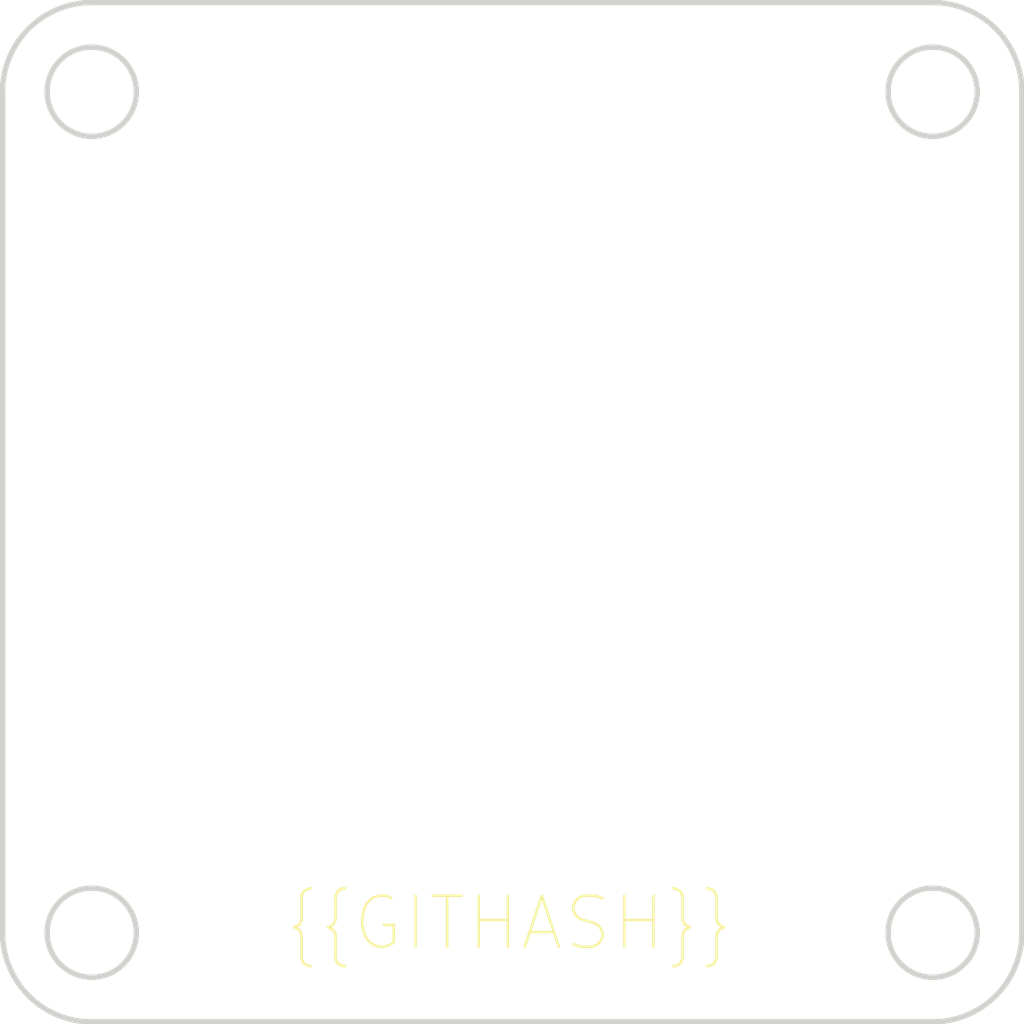
<source format=kicad_pcb>
(kicad_pcb (version 20221018) (generator pcbnew)

  (general
    (thickness 1.6)
  )

  (paper "A4")
  (layers
    (0 "F.Cu" signal)
    (31 "B.Cu" signal)
    (32 "B.Adhes" user "B.Adhesive")
    (33 "F.Adhes" user "F.Adhesive")
    (34 "B.Paste" user)
    (35 "F.Paste" user)
    (36 "B.SilkS" user "B.Silkscreen")
    (37 "F.SilkS" user "F.Silkscreen")
    (38 "B.Mask" user)
    (39 "F.Mask" user)
    (40 "Dwgs.User" user "User.Drawings")
    (41 "Cmts.User" user "User.Comments")
    (42 "Eco1.User" user "User.Eco1")
    (43 "Eco2.User" user "User.Eco2")
    (44 "Edge.Cuts" user)
    (45 "Margin" user)
    (46 "B.CrtYd" user "B.Courtyard")
    (47 "F.CrtYd" user "F.Courtyard")
    (48 "B.Fab" user)
    (49 "F.Fab" user)
    (50 "User.1" user)
    (51 "User.2" user)
    (52 "User.3" user)
    (53 "User.4" user)
    (54 "User.5" user)
    (55 "User.6" user)
    (56 "User.7" user)
    (57 "User.8" user)
    (58 "User.9" user)
  )

  (setup
    (stackup
      (layer "F.SilkS" (type "Top Silk Screen"))
      (layer "F.Paste" (type "Top Solder Paste"))
      (layer "F.Mask" (type "Top Solder Mask") (thickness 0.01))
      (layer "F.Cu" (type "copper") (thickness 0.035))
      (layer "dielectric 1" (type "core") (thickness 1.51) (material "FR4") (epsilon_r 4.5) (loss_tangent 0.02))
      (layer "B.Cu" (type "copper") (thickness 0.035))
      (layer "B.Mask" (type "Bottom Solder Mask") (thickness 0.01))
      (layer "B.Paste" (type "Bottom Solder Paste"))
      (layer "B.SilkS" (type "Bottom Silk Screen"))
      (copper_finish "None")
      (dielectric_constraints no)
    )
    (pad_to_mask_clearance 0)
    (pcbplotparams
      (layerselection 0x00010fc_ffffffff)
      (plot_on_all_layers_selection 0x0000000_00000000)
      (disableapertmacros false)
      (usegerberextensions false)
      (usegerberattributes true)
      (usegerberadvancedattributes true)
      (creategerberjobfile true)
      (dashed_line_dash_ratio 12.000000)
      (dashed_line_gap_ratio 3.000000)
      (svgprecision 4)
      (plotframeref false)
      (viasonmask false)
      (mode 1)
      (useauxorigin false)
      (hpglpennumber 1)
      (hpglpenspeed 20)
      (hpglpendiameter 15.000000)
      (dxfpolygonmode true)
      (dxfimperialunits true)
      (dxfusepcbnewfont true)
      (psnegative false)
      (psa4output false)
      (plotreference true)
      (plotvalue true)
      (plotinvisibletext false)
      (sketchpadsonfab false)
      (subtractmaskfromsilk false)
      (outputformat 1)
      (mirror false)
      (drillshape 1)
      (scaleselection 1)
      (outputdirectory "")
    )
  )

  (net 0 "")

  (gr_line (start 123.2 113.4) (end 123.2 80.4)
    (stroke (width 0.2) (type solid)) (layer "Edge.Cuts") (tstamp 00e9e413-fe55-4320-b973-81fdf0b4cc24))
  (gr_arc (start 123.2 80.4) (mid 124.225126 77.925126) (end 126.7 76.9)
    (stroke (width 0.2) (type solid)) (layer "Edge.Cuts") (tstamp 0fc59361-2a09-4339-8464-495b51280d7e))
  (gr_circle (center 159.7 80.4) (end 161.45 80.4)
    (stroke (width 0.2) (type solid)) (fill none) (layer "Edge.Cuts") (tstamp 12fa702a-45c0-4228-8798-0b1dff755467))
  (gr_arc (start 159.7 76.9) (mid 162.174874 77.925126) (end 163.2 80.4)
    (stroke (width 0.2) (type solid)) (layer "Edge.Cuts") (tstamp 1492c265-9600-4fac-807f-5aa558c04698))
  (gr_line (start 163.2 113.4) (end 163.2 80.4)
    (stroke (width 0.2) (type solid)) (layer "Edge.Cuts") (tstamp 198da371-5ea4-4cce-89c6-a85e4e6fd5a2))
  (gr_arc (start 163.2 113.4) (mid 162.174874 115.874874) (end 159.7 116.9)
    (stroke (width 0.2) (type solid)) (layer "Edge.Cuts") (tstamp 20f5aec2-f82f-440a-88e0-7c770baed97c))
  (gr_line (start 159.7 116.9) (end 126.7 116.9)
    (stroke (width 0.2) (type solid)) (layer "Edge.Cuts") (tstamp 23a80093-b831-494f-9bba-68421986c52c))
  (gr_arc (start 159.7 76.9) (mid 162.174874 77.925126) (end 163.2 80.4)
    (stroke (width 0.2) (type solid)) (layer "Edge.Cuts") (tstamp 26636bbf-1c2a-4df7-88c1-c20fa037cc7a))
  (gr_arc (start 159.7 76.9) (mid 162.174874 77.925126) (end 163.2 80.4)
    (stroke (width 0.2) (type solid)) (layer "Edge.Cuts") (tstamp 2b89afd7-dd24-41f4-85c0-9b0b291f5c57))
  (gr_circle (center 126.7 113.4) (end 128.45 113.4)
    (stroke (width 0.2) (type solid)) (fill none) (layer "Edge.Cuts") (tstamp 2fc81b31-9add-483d-8263-1bf15a86faaf))
  (gr_arc (start 163.2 113.4) (mid 162.174874 115.874874) (end 159.7 116.9)
    (stroke (width 0.2) (type solid)) (layer "Edge.Cuts") (tstamp 34b8980e-5130-409d-83b7-73880c0817a4))
  (gr_arc (start 123.2 80.4) (mid 124.225126 77.925126) (end 126.7 76.9)
    (stroke (width 0.2) (type solid)) (layer "Edge.Cuts") (tstamp 36ab1010-5541-4b38-b363-4a27707f3202))
  (gr_line (start 126.7 76.9) (end 159.7 76.9)
    (stroke (width 0.2) (type solid)) (layer "Edge.Cuts") (tstamp 3788308b-797f-4a53-8c52-00e61ef351dc))
  (gr_arc (start 126.7 116.9) (mid 124.225126 115.874874) (end 123.2 113.4)
    (stroke (width 0.2) (type solid)) (layer "Edge.Cuts") (tstamp 3a9095b0-7e4b-4c7f-aacb-bc9d3781fe0b))
  (gr_line (start 163.2 80.4) (end 163.2 113.4)
    (stroke (width 0.2) (type solid)) (layer "Edge.Cuts") (tstamp 3d3db7c2-c89f-4be3-8e91-39fe7a9cebf3))
  (gr_arc (start 163.2 113.4) (mid 162.174874 115.874874) (end 159.7 116.9)
    (stroke (width 0.2) (type solid)) (layer "Edge.Cuts") (tstamp 3fee8cd8-9e80-4a1a-bcb8-484494266562))
  (gr_circle (center 159.7 113.4) (end 161.45 113.4)
    (stroke (width 0.2) (type solid)) (fill none) (layer "Edge.Cuts") (tstamp 41a35e0c-0cd9-4884-83bf-a5f765917301))
  (gr_circle (center 126.7 80.4) (end 128.45 80.4)
    (stroke (width 0.2) (type solid)) (fill none) (layer "Edge.Cuts") (tstamp 4354ef4b-af71-4b02-9a7b-930427945da3))
  (gr_line (start 163.2 80.4) (end 163.2 113.4)
    (stroke (width 0.2) (type solid)) (layer "Edge.Cuts") (tstamp 4651f4aa-f85a-4992-9560-eff928a0e15f))
  (gr_arc (start 126.7 116.9) (mid 124.225126 115.874874) (end 123.2 113.4)
    (stroke (width 0.2) (type solid)) (layer "Edge.Cuts") (tstamp 4accd462-b544-44a7-ac19-ab4f0dd67dcb))
  (gr_circle (center 126.7 113.4) (end 128.45 113.4)
    (stroke (width 0.2) (type solid)) (fill none) (layer "Edge.Cuts") (tstamp 4c413f87-443c-40db-810d-24d0127db4d1))
  (gr_circle (center 126.7 80.4) (end 128.45 80.4)
    (stroke (width 0.2) (type solid)) (fill none) (layer "Edge.Cuts") (tstamp 55d6076c-5015-49df-810a-c55f5388576e))
  (gr_circle (center 159.7 113.4) (end 161.45 113.4)
    (stroke (width 0.2) (type solid)) (fill none) (layer "Edge.Cuts") (tstamp 65b328d4-d955-42de-9ccd-564ff2e6e4da))
  (gr_arc (start 159.7 76.9) (mid 162.174874 77.925126) (end 163.2 80.4)
    (stroke (width 0.2) (type solid)) (layer "Edge.Cuts") (tstamp 65dc38af-d159-41f4-ba48-e112a9d8b717))
  (gr_line (start 126.7 76.9) (end 159.7 76.9)
    (stroke (width 0.2) (type solid)) (layer "Edge.Cuts") (tstamp 69dabe7c-0c06-4af2-9c4e-d415cbc6d866))
  (gr_line (start 123.2 80.4) (end 123.2 113.4)
    (stroke (width 0.2) (type solid)) (layer "Edge.Cuts") (tstamp 73c11e5d-a507-4a2f-8e42-2453482f9ba0))
  (gr_circle (center 126.7 113.4) (end 128.45 113.4)
    (stroke (width 0.2) (type solid)) (fill none) (layer "Edge.Cuts") (tstamp 7609faaa-2ca7-4089-85bb-2ec6ff9f31bd))
  (gr_line (start 163.2 113.4) (end 163.2 80.4)
    (stroke (width 0.2) (type solid)) (layer "Edge.Cuts") (tstamp 7dc85215-0547-4a98-92f9-7acc82968b0d))
  (gr_circle (center 126.7 80.4) (end 128.45 80.4)
    (stroke (width 0.2) (type solid)) (fill none) (layer "Edge.Cuts") (tstamp 807b6513-e212-46b2-b774-80b1d14145d6))
  (gr_circle (center 159.7 113.4) (end 161.45 113.4)
    (stroke (width 0.2) (type solid)) (fill none) (layer "Edge.Cuts") (tstamp 8278bfc6-c86b-4bbe-bee5-200ba347b53f))
  (gr_circle (center 126.7 80.4) (end 128.45 80.4)
    (stroke (width 0.2) (type solid)) (fill none) (layer "Edge.Cuts") (tstamp 8adfd382-b7b3-40dc-abbc-698204ed259d))
  (gr_circle (center 126.7 113.4) (end 128.45 113.4)
    (stroke (width 0.2) (type solid)) (fill none) (layer "Edge.Cuts") (tstamp 8d118edb-2a69-4839-a0e0-808db2b83267))
  (gr_arc (start 126.7 116.9) (mid 124.225126 115.874874) (end 123.2 113.4)
    (stroke (width 0.2) (type solid)) (layer "Edge.Cuts") (tstamp 9668049e-ace8-48bb-aaac-8c53c3bb8f64))
  (gr_line (start 123.2 80.4) (end 123.2 113.4)
    (stroke (width 0.2) (type solid)) (layer "Edge.Cuts") (tstamp abd0a840-cb12-4cfc-a11d-66180da66a73))
  (gr_circle (center 159.7 113.4) (end 161.45 113.4)
    (stroke (width 0.2) (type solid)) (fill none) (layer "Edge.Cuts") (tstamp ad767e51-32fc-4ffe-95cc-17d42beb101f))
  (gr_arc (start 123.2 80.4) (mid 124.225126 77.925126) (end 126.7 76.9)
    (stroke (width 0.2) (type solid)) (layer "Edge.Cuts") (tstamp af147bb3-b7ba-4977-ab61-3eda152bc58e))
  (gr_arc (start 163.2 113.4) (mid 162.174874 115.874874) (end 159.7 116.9)
    (stroke (width 0.2) (type solid)) (layer "Edge.Cuts") (tstamp b39eb833-0b6b-454c-91fa-8515f3b4c5a4))
  (gr_line (start 159.7 116.9) (end 126.7 116.9)
    (stroke (width 0.2) (type solid)) (layer "Edge.Cuts") (tstamp ba81428c-9237-4b33-8a8a-b0ef2c7129aa))
  (gr_line (start 126.7 116.9) (end 159.7 116.9)
    (stroke (width 0.2) (type solid)) (layer "Edge.Cuts") (tstamp bdb82cab-935c-4872-93ce-aa33a6ca8e3e))
  (gr_line (start 126.7 116.9) (end 159.7 116.9)
    (stroke (width 0.2) (type solid)) (layer "Edge.Cuts") (tstamp c200e945-b1eb-4ba9-846c-549b5888c1c9))
  (gr_circle (center 159.7 80.4) (end 161.45 80.4)
    (stroke (width 0.2) (type solid)) (fill none) (layer "Edge.Cuts") (tstamp c85d377d-8655-43a5-93e8-60ea0121da42))
  (gr_arc (start 123.2 80.4) (mid 124.225126 77.925126) (end 126.7 76.9)
    (stroke (width 0.2) (type solid)) (layer "Edge.Cuts") (tstamp cdd996d3-1fa6-4070-aa95-b92a7005f8a0))
  (gr_circle (center 159.7 80.4) (end 161.45 80.4)
    (stroke (width 0.2) (type solid)) (fill none) (layer "Edge.Cuts") (tstamp db81513a-caef-41e6-97f5-8d6aa049d4d7))
  (gr_line (start 126.7 76.9) (end 159.7 76.9)
    (stroke (width 0.2) (type solid)) (layer "Edge.Cuts") (tstamp dbcff90b-bfca-4e87-8d37-d1133e183e20))
  (gr_line (start 123.2 113.4) (end 123.2 80.4)
    (stroke (width 0.2) (type solid)) (layer "Edge.Cuts") (tstamp e3c8b72a-7566-4951-ab61-af945b777583))
  (gr_arc (start 126.7 116.9) (mid 124.225126 115.874874) (end 123.2 113.4)
    (stroke (width 0.2) (type solid)) (layer "Edge.Cuts") (tstamp e8b9d802-86fd-4393-87e2-6b6d02952d22))
  (gr_line (start 126.7 76.9) (end 159.7 76.9)
    (stroke (width 0.2) (type solid)) (layer "Edge.Cuts") (tstamp ec90ed93-4ada-407b-9626-0f35de0bac02))
  (gr_circle (center 159.7 80.4) (end 161.45 80.4)
    (stroke (width 0.2) (type solid)) (fill none) (layer "Edge.Cuts") (tstamp eeb07992-fe8e-4cf4-bf6c-0cf18fd77681))
  (gr_text "{{GITHASH}} " (at 134.2 114.2) (layer "F.SilkS") (tstamp d894e23f-c5ed-4336-947e-ac38e533f04c)
    (effects (font (size 2 2) (thickness 0.1)) (justify left bottom))
  )

  (group "" (id 4e3ea3a3-d408-4ad8-873b-ebd87bd265e7)
    (members
      00e9e413-fe55-4320-b973-81fdf0b4cc24
      0fc59361-2a09-4339-8464-495b51280d7e
      12fa702a-45c0-4228-8798-0b1dff755467
      1492c265-9600-4fac-807f-5aa558c04698
      198da371-5ea4-4cce-89c6-a85e4e6fd5a2
      20f5aec2-f82f-440a-88e0-7c770baed97c
      23a80093-b831-494f-9bba-68421986c52c
      26636bbf-1c2a-4df7-88c1-c20fa037cc7a
      2b89afd7-dd24-41f4-85c0-9b0b291f5c57
      2fc81b31-9add-483d-8263-1bf15a86faaf
      34b8980e-5130-409d-83b7-73880c0817a4
      36ab1010-5541-4b38-b363-4a27707f3202
      3788308b-797f-4a53-8c52-00e61ef351dc
      3a9095b0-7e4b-4c7f-aacb-bc9d3781fe0b
      3d3db7c2-c89f-4be3-8e91-39fe7a9cebf3
      3fee8cd8-9e80-4a1a-bcb8-484494266562
      41a35e0c-0cd9-4884-83bf-a5f765917301
      4354ef4b-af71-4b02-9a7b-930427945da3
      4651f4aa-f85a-4992-9560-eff928a0e15f
      4accd462-b544-44a7-ac19-ab4f0dd67dcb
      4c413f87-443c-40db-810d-24d0127db4d1
      55d6076c-5015-49df-810a-c55f5388576e
      65b328d4-d955-42de-9ccd-564ff2e6e4da
      65dc38af-d159-41f4-ba48-e112a9d8b717
      69dabe7c-0c06-4af2-9c4e-d415cbc6d866
      73c11e5d-a507-4a2f-8e42-2453482f9ba0
      7609faaa-2ca7-4089-85bb-2ec6ff9f31bd
      7dc85215-0547-4a98-92f9-7acc82968b0d
      807b6513-e212-46b2-b774-80b1d14145d6
      8278bfc6-c86b-4bbe-bee5-200ba347b53f
      8adfd382-b7b3-40dc-abbc-698204ed259d
      8d118edb-2a69-4839-a0e0-808db2b83267
      9668049e-ace8-48bb-aaac-8c53c3bb8f64
      abd0a840-cb12-4cfc-a11d-66180da66a73
      ad767e51-32fc-4ffe-95cc-17d42beb101f
      af147bb3-b7ba-4977-ab61-3eda152bc58e
      b39eb833-0b6b-454c-91fa-8515f3b4c5a4
      ba81428c-9237-4b33-8a8a-b0ef2c7129aa
      bdb82cab-935c-4872-93ce-aa33a6ca8e3e
      c200e945-b1eb-4ba9-846c-549b5888c1c9
      c85d377d-8655-43a5-93e8-60ea0121da42
      cdd996d3-1fa6-4070-aa95-b92a7005f8a0
      db81513a-caef-41e6-97f5-8d6aa049d4d7
      dbcff90b-bfca-4e87-8d37-d1133e183e20
      e3c8b72a-7566-4951-ab61-af945b777583
      e8b9d802-86fd-4393-87e2-6b6d02952d22
      ec90ed93-4ada-407b-9626-0f35de0bac02
      eeb07992-fe8e-4cf4-bf6c-0cf18fd77681
    )
  )
)

</source>
